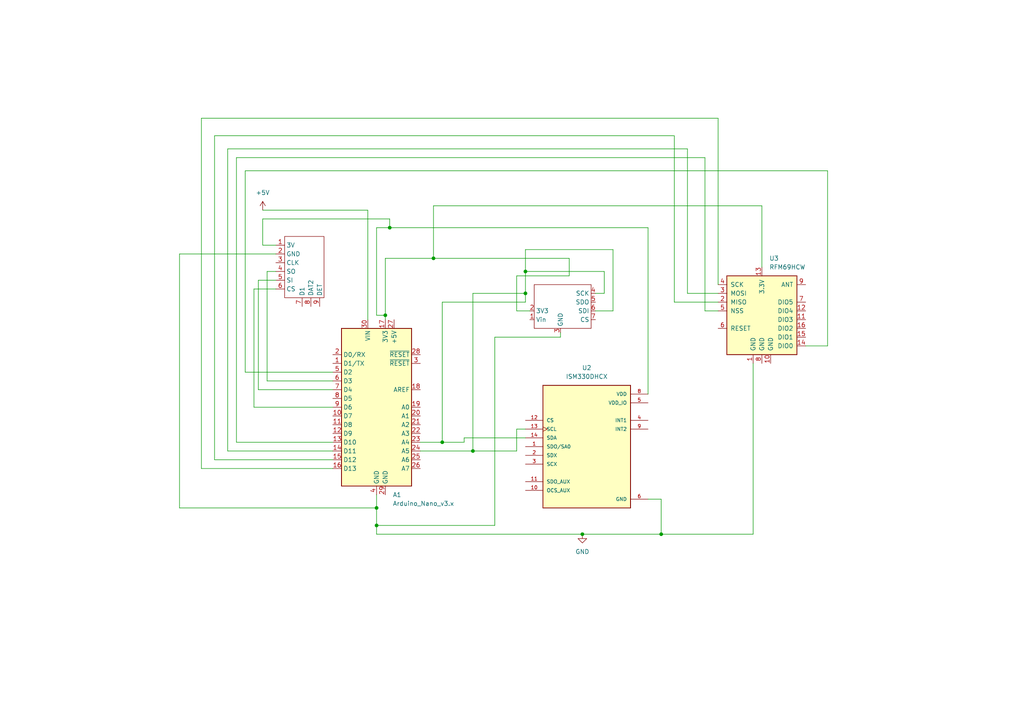
<source format=kicad_sch>
(kicad_sch
	(version 20250114)
	(generator "eeschema")
	(generator_version "9.0")
	(uuid "6e386f3a-e716-457a-9104-7285d3f08309")
	(paper "A4")
	(lib_symbols
		(symbol "Avionics:DPS310"
			(exclude_from_sim no)
			(in_bom yes)
			(on_board yes)
			(property "Reference" "U"
				(at -3.81 -3.81 0)
				(effects
					(font
						(size 1.27 1.27)
					)
					(hide yes)
				)
			)
			(property "Value" ""
				(at 0 0 0)
				(effects
					(font
						(size 1.27 1.27)
					)
				)
			)
			(property "Footprint" ""
				(at 0 0 0)
				(effects
					(font
						(size 1.27 1.27)
					)
					(hide yes)
				)
			)
			(property "Datasheet" ""
				(at 0 0 0)
				(effects
					(font
						(size 1.27 1.27)
					)
					(hide yes)
				)
			)
			(property "Description" ""
				(at 0 0 0)
				(effects
					(font
						(size 1.27 1.27)
					)
					(hide yes)
				)
			)
			(symbol "DPS310_0_1"
				(rectangle
					(start -7.62 6.35)
					(end 8.89 -6.35)
					(stroke
						(width 0)
						(type default)
					)
					(fill
						(type none)
					)
				)
			)
			(symbol "DPS310_1_1"
				(pin input line
					(at -8.89 -1.27 0)
					(length 1.27)
					(name "3V3"
						(effects
							(font
								(size 1.27 1.27)
							)
						)
					)
					(number "2"
						(effects
							(font
								(size 1.27 1.27)
							)
						)
					)
				)
				(pin input line
					(at -8.89 -3.81 0)
					(length 1.27)
					(name "Vin"
						(effects
							(font
								(size 1.27 1.27)
							)
						)
					)
					(number "1"
						(effects
							(font
								(size 1.27 1.27)
							)
						)
					)
				)
				(pin input line
					(at 0 -7.62 90)
					(length 1.27)
					(name "GND"
						(effects
							(font
								(size 1.27 1.27)
							)
						)
					)
					(number "3"
						(effects
							(font
								(size 1.27 1.27)
							)
						)
					)
				)
				(pin input line
					(at 10.16 3.81 180)
					(length 1.27)
					(name "SCK"
						(effects
							(font
								(size 1.27 1.27)
							)
						)
					)
					(number "4"
						(effects
							(font
								(size 1.27 1.27)
							)
						)
					)
				)
				(pin input line
					(at 10.16 1.27 180)
					(length 1.27)
					(name "SDO"
						(effects
							(font
								(size 1.27 1.27)
							)
						)
					)
					(number "5"
						(effects
							(font
								(size 1.27 1.27)
							)
						)
					)
				)
				(pin input line
					(at 10.16 -1.27 180)
					(length 1.27)
					(name "SDI"
						(effects
							(font
								(size 1.27 1.27)
							)
						)
					)
					(number "6"
						(effects
							(font
								(size 1.27 1.27)
							)
						)
					)
				)
				(pin input line
					(at 10.16 -3.81 180)
					(length 1.27)
					(name "CS"
						(effects
							(font
								(size 1.27 1.27)
							)
						)
					)
					(number "7"
						(effects
							(font
								(size 1.27 1.27)
							)
						)
					)
				)
			)
			(embedded_fonts no)
		)
		(symbol "Avionics:MicroSD"
			(exclude_from_sim no)
			(in_bom yes)
			(on_board yes)
			(property "Reference" "U"
				(at 0 1.27 0)
				(effects
					(font
						(size 1.27 1.27)
					)
					(hide yes)
				)
			)
			(property "Value" ""
				(at 0 0 0)
				(effects
					(font
						(size 1.27 1.27)
					)
				)
			)
			(property "Footprint" ""
				(at 0 0 0)
				(effects
					(font
						(size 1.27 1.27)
					)
					(hide yes)
				)
			)
			(property "Datasheet" ""
				(at 0 0 0)
				(effects
					(font
						(size 1.27 1.27)
					)
					(hide yes)
				)
			)
			(property "Description" ""
				(at 0 0 0)
				(effects
					(font
						(size 1.27 1.27)
					)
					(hide yes)
				)
			)
			(symbol "MicroSD_0_1"
				(rectangle
					(start -2.54 11.43)
					(end 8.89 -6.35)
					(stroke
						(width 0)
						(type default)
					)
					(fill
						(type none)
					)
				)
			)
			(symbol "MicroSD_1_1"
				(pin input line
					(at -5.08 8.89 0)
					(length 2.54)
					(name "3V"
						(effects
							(font
								(size 1.27 1.27)
							)
						)
					)
					(number "1"
						(effects
							(font
								(size 1.27 1.27)
							)
						)
					)
				)
				(pin input line
					(at -5.08 6.35 0)
					(length 2.54)
					(name "GND"
						(effects
							(font
								(size 1.27 1.27)
							)
						)
					)
					(number "2"
						(effects
							(font
								(size 1.27 1.27)
							)
						)
					)
				)
				(pin input line
					(at -5.08 3.81 0)
					(length 2.54)
					(name "CLK"
						(effects
							(font
								(size 1.27 1.27)
							)
						)
					)
					(number "3"
						(effects
							(font
								(size 1.27 1.27)
							)
						)
					)
				)
				(pin input line
					(at -5.08 1.27 0)
					(length 2.54)
					(name "SO"
						(effects
							(font
								(size 1.27 1.27)
							)
						)
					)
					(number "4"
						(effects
							(font
								(size 1.27 1.27)
							)
						)
					)
				)
				(pin input line
					(at -5.08 -1.27 0)
					(length 2.54)
					(name "SI"
						(effects
							(font
								(size 1.27 1.27)
							)
						)
					)
					(number "5"
						(effects
							(font
								(size 1.27 1.27)
							)
						)
					)
				)
				(pin input line
					(at -5.08 -3.81 0)
					(length 2.54)
					(name "CS"
						(effects
							(font
								(size 1.27 1.27)
							)
						)
					)
					(number "6"
						(effects
							(font
								(size 1.27 1.27)
							)
						)
					)
				)
				(pin unspecified line
					(at 2.54 -8.89 90)
					(length 2.54)
					(name "D1"
						(effects
							(font
								(size 1.27 1.27)
							)
						)
					)
					(number "7"
						(effects
							(font
								(size 1.27 1.27)
							)
						)
					)
				)
				(pin unspecified line
					(at 5.08 -8.89 90)
					(length 2.54)
					(name "DAT2"
						(effects
							(font
								(size 1.27 1.27)
							)
						)
					)
					(number "8"
						(effects
							(font
								(size 1.27 1.27)
							)
						)
					)
				)
				(pin unspecified line
					(at 7.62 -8.89 90)
					(length 2.54)
					(name "DET"
						(effects
							(font
								(size 1.27 1.27)
							)
						)
					)
					(number "9"
						(effects
							(font
								(size 1.27 1.27)
							)
						)
					)
				)
			)
			(embedded_fonts no)
		)
		(symbol "ISM330DHCX:ISM330DHCX"
			(pin_names
				(offset 1.016)
			)
			(exclude_from_sim no)
			(in_bom yes)
			(on_board yes)
			(property "Reference" "U"
				(at -12.7 17.78 0)
				(effects
					(font
						(size 1.27 1.27)
					)
					(justify left bottom)
				)
			)
			(property "Value" "ISM330DHCX"
				(at -12.7 -20.32 0)
				(effects
					(font
						(size 1.27 1.27)
					)
					(justify left bottom)
				)
			)
			(property "Footprint" "ISM330DHCX:PQFN50P250X300X86-14N"
				(at 0 0 0)
				(effects
					(font
						(size 1.27 1.27)
					)
					(justify bottom)
					(hide yes)
				)
			)
			(property "Datasheet" ""
				(at 0 0 0)
				(effects
					(font
						(size 1.27 1.27)
					)
					(hide yes)
				)
			)
			(property "Description" ""
				(at 0 0 0)
				(effects
					(font
						(size 1.27 1.27)
					)
					(hide yes)
				)
			)
			(property "MF" "STMicroelectronics"
				(at 0 0 0)
				(effects
					(font
						(size 1.27 1.27)
					)
					(justify bottom)
					(hide yes)
				)
			)
			(property "MAXIMUM_PACKAGE_HEIGHT" "0.86 mm"
				(at 0 0 0)
				(effects
					(font
						(size 1.27 1.27)
					)
					(justify bottom)
					(hide yes)
				)
			)
			(property "Package" "VFLGA-14 STMicroelectronics"
				(at 0 0 0)
				(effects
					(font
						(size 1.27 1.27)
					)
					(justify bottom)
					(hide yes)
				)
			)
			(property "Price" "None"
				(at 0 0 0)
				(effects
					(font
						(size 1.27 1.27)
					)
					(justify bottom)
					(hide yes)
				)
			)
			(property "Check_prices" "https://www.snapeda.com/parts/ISM330DHCX/STMicroelectronics/view-part/?ref=eda"
				(at 0 0 0)
				(effects
					(font
						(size 1.27 1.27)
					)
					(justify bottom)
					(hide yes)
				)
			)
			(property "STANDARD" "IPC 7351B"
				(at 0 0 0)
				(effects
					(font
						(size 1.27 1.27)
					)
					(justify bottom)
					(hide yes)
				)
			)
			(property "PARTREV" "7"
				(at 0 0 0)
				(effects
					(font
						(size 1.27 1.27)
					)
					(justify bottom)
					(hide yes)
				)
			)
			(property "SnapEDA_Link" "https://www.snapeda.com/parts/ISM330DHCX/STMicroelectronics/view-part/?ref=snap"
				(at 0 0 0)
				(effects
					(font
						(size 1.27 1.27)
					)
					(justify bottom)
					(hide yes)
				)
			)
			(property "MP" "ISM330DHCX"
				(at 0 0 0)
				(effects
					(font
						(size 1.27 1.27)
					)
					(justify bottom)
					(hide yes)
				)
			)
			(property "Description_1" "Accelerometer, Gyroscope, Temperature, 6 Axis Sensor I²C, SPI Output"
				(at 0 0 0)
				(effects
					(font
						(size 1.27 1.27)
					)
					(justify bottom)
					(hide yes)
				)
			)
			(property "Availability" "Not in stock"
				(at 0 0 0)
				(effects
					(font
						(size 1.27 1.27)
					)
					(justify bottom)
					(hide yes)
				)
			)
			(property "MANUFACTURER" "ST Microelectronics"
				(at 0 0 0)
				(effects
					(font
						(size 1.27 1.27)
					)
					(justify bottom)
					(hide yes)
				)
			)
			(symbol "ISM330DHCX_0_0"
				(rectangle
					(start -12.7 -17.78)
					(end 12.7 17.78)
					(stroke
						(width 0.254)
						(type default)
					)
					(fill
						(type background)
					)
				)
				(pin input line
					(at -17.78 7.62 0)
					(length 5.08)
					(name "CS"
						(effects
							(font
								(size 1.016 1.016)
							)
						)
					)
					(number "12"
						(effects
							(font
								(size 1.016 1.016)
							)
						)
					)
				)
				(pin input clock
					(at -17.78 5.08 0)
					(length 5.08)
					(name "SCL"
						(effects
							(font
								(size 1.016 1.016)
							)
						)
					)
					(number "13"
						(effects
							(font
								(size 1.016 1.016)
							)
						)
					)
				)
				(pin bidirectional line
					(at -17.78 2.54 0)
					(length 5.08)
					(name "SDA"
						(effects
							(font
								(size 1.016 1.016)
							)
						)
					)
					(number "14"
						(effects
							(font
								(size 1.016 1.016)
							)
						)
					)
				)
				(pin bidirectional line
					(at -17.78 0 0)
					(length 5.08)
					(name "SDO/SA0"
						(effects
							(font
								(size 1.016 1.016)
							)
						)
					)
					(number "1"
						(effects
							(font
								(size 1.016 1.016)
							)
						)
					)
				)
				(pin bidirectional line
					(at -17.78 -2.54 0)
					(length 5.08)
					(name "SDX"
						(effects
							(font
								(size 1.016 1.016)
							)
						)
					)
					(number "2"
						(effects
							(font
								(size 1.016 1.016)
							)
						)
					)
				)
				(pin bidirectional line
					(at -17.78 -5.08 0)
					(length 5.08)
					(name "SCX"
						(effects
							(font
								(size 1.016 1.016)
							)
						)
					)
					(number "3"
						(effects
							(font
								(size 1.016 1.016)
							)
						)
					)
				)
				(pin bidirectional line
					(at -17.78 -10.16 0)
					(length 5.08)
					(name "SDO_AUX"
						(effects
							(font
								(size 1.016 1.016)
							)
						)
					)
					(number "11"
						(effects
							(font
								(size 1.016 1.016)
							)
						)
					)
				)
				(pin bidirectional line
					(at -17.78 -12.7 0)
					(length 5.08)
					(name "OCS_AUX"
						(effects
							(font
								(size 1.016 1.016)
							)
						)
					)
					(number "10"
						(effects
							(font
								(size 1.016 1.016)
							)
						)
					)
				)
				(pin power_in line
					(at 17.78 15.24 180)
					(length 5.08)
					(name "VDD"
						(effects
							(font
								(size 1.016 1.016)
							)
						)
					)
					(number "8"
						(effects
							(font
								(size 1.016 1.016)
							)
						)
					)
				)
				(pin power_in line
					(at 17.78 12.7 180)
					(length 5.08)
					(name "VDD_IO"
						(effects
							(font
								(size 1.016 1.016)
							)
						)
					)
					(number "5"
						(effects
							(font
								(size 1.016 1.016)
							)
						)
					)
				)
				(pin output line
					(at 17.78 7.62 180)
					(length 5.08)
					(name "INT1"
						(effects
							(font
								(size 1.016 1.016)
							)
						)
					)
					(number "4"
						(effects
							(font
								(size 1.016 1.016)
							)
						)
					)
				)
				(pin output line
					(at 17.78 5.08 180)
					(length 5.08)
					(name "INT2"
						(effects
							(font
								(size 1.016 1.016)
							)
						)
					)
					(number "9"
						(effects
							(font
								(size 1.016 1.016)
							)
						)
					)
				)
				(pin power_in line
					(at 17.78 -15.24 180)
					(length 5.08)
					(name "GND"
						(effects
							(font
								(size 1.016 1.016)
							)
						)
					)
					(number "6"
						(effects
							(font
								(size 1.016 1.016)
							)
						)
					)
				)
				(pin power_in line
					(at 17.78 -15.24 180)
					(length 5.08)
					(hide yes)
					(name "GND"
						(effects
							(font
								(size 1.016 1.016)
							)
						)
					)
					(number "7"
						(effects
							(font
								(size 1.016 1.016)
							)
						)
					)
				)
			)
			(embedded_fonts no)
		)
		(symbol "MCU_Module:Arduino_Nano_v3.x"
			(exclude_from_sim no)
			(in_bom yes)
			(on_board yes)
			(property "Reference" "A"
				(at -10.16 23.495 0)
				(effects
					(font
						(size 1.27 1.27)
					)
					(justify left bottom)
				)
			)
			(property "Value" "Arduino_Nano_v3.x"
				(at 5.08 -24.13 0)
				(effects
					(font
						(size 1.27 1.27)
					)
					(justify left top)
				)
			)
			(property "Footprint" "Module:Arduino_Nano"
				(at 0 0 0)
				(effects
					(font
						(size 1.27 1.27)
						(italic yes)
					)
					(hide yes)
				)
			)
			(property "Datasheet" "http://www.mouser.com/pdfdocs/Gravitech_Arduino_Nano3_0.pdf"
				(at 0 0 0)
				(effects
					(font
						(size 1.27 1.27)
					)
					(hide yes)
				)
			)
			(property "Description" "Arduino Nano v3.x"
				(at 0 0 0)
				(effects
					(font
						(size 1.27 1.27)
					)
					(hide yes)
				)
			)
			(property "ki_keywords" "Arduino nano microcontroller module USB"
				(at 0 0 0)
				(effects
					(font
						(size 1.27 1.27)
					)
					(hide yes)
				)
			)
			(property "ki_fp_filters" "Arduino*Nano*"
				(at 0 0 0)
				(effects
					(font
						(size 1.27 1.27)
					)
					(hide yes)
				)
			)
			(symbol "Arduino_Nano_v3.x_0_1"
				(rectangle
					(start -10.16 22.86)
					(end 10.16 -22.86)
					(stroke
						(width 0.254)
						(type default)
					)
					(fill
						(type background)
					)
				)
			)
			(symbol "Arduino_Nano_v3.x_1_1"
				(pin bidirectional line
					(at -12.7 15.24 0)
					(length 2.54)
					(name "D0/RX"
						(effects
							(font
								(size 1.27 1.27)
							)
						)
					)
					(number "2"
						(effects
							(font
								(size 1.27 1.27)
							)
						)
					)
				)
				(pin bidirectional line
					(at -12.7 12.7 0)
					(length 2.54)
					(name "D1/TX"
						(effects
							(font
								(size 1.27 1.27)
							)
						)
					)
					(number "1"
						(effects
							(font
								(size 1.27 1.27)
							)
						)
					)
				)
				(pin bidirectional line
					(at -12.7 10.16 0)
					(length 2.54)
					(name "D2"
						(effects
							(font
								(size 1.27 1.27)
							)
						)
					)
					(number "5"
						(effects
							(font
								(size 1.27 1.27)
							)
						)
					)
				)
				(pin bidirectional line
					(at -12.7 7.62 0)
					(length 2.54)
					(name "D3"
						(effects
							(font
								(size 1.27 1.27)
							)
						)
					)
					(number "6"
						(effects
							(font
								(size 1.27 1.27)
							)
						)
					)
				)
				(pin bidirectional line
					(at -12.7 5.08 0)
					(length 2.54)
					(name "D4"
						(effects
							(font
								(size 1.27 1.27)
							)
						)
					)
					(number "7"
						(effects
							(font
								(size 1.27 1.27)
							)
						)
					)
				)
				(pin bidirectional line
					(at -12.7 2.54 0)
					(length 2.54)
					(name "D5"
						(effects
							(font
								(size 1.27 1.27)
							)
						)
					)
					(number "8"
						(effects
							(font
								(size 1.27 1.27)
							)
						)
					)
				)
				(pin bidirectional line
					(at -12.7 0 0)
					(length 2.54)
					(name "D6"
						(effects
							(font
								(size 1.27 1.27)
							)
						)
					)
					(number "9"
						(effects
							(font
								(size 1.27 1.27)
							)
						)
					)
				)
				(pin bidirectional line
					(at -12.7 -2.54 0)
					(length 2.54)
					(name "D7"
						(effects
							(font
								(size 1.27 1.27)
							)
						)
					)
					(number "10"
						(effects
							(font
								(size 1.27 1.27)
							)
						)
					)
				)
				(pin bidirectional line
					(at -12.7 -5.08 0)
					(length 2.54)
					(name "D8"
						(effects
							(font
								(size 1.27 1.27)
							)
						)
					)
					(number "11"
						(effects
							(font
								(size 1.27 1.27)
							)
						)
					)
				)
				(pin bidirectional line
					(at -12.7 -7.62 0)
					(length 2.54)
					(name "D9"
						(effects
							(font
								(size 1.27 1.27)
							)
						)
					)
					(number "12"
						(effects
							(font
								(size 1.27 1.27)
							)
						)
					)
				)
				(pin bidirectional line
					(at -12.7 -10.16 0)
					(length 2.54)
					(name "D10"
						(effects
							(font
								(size 1.27 1.27)
							)
						)
					)
					(number "13"
						(effects
							(font
								(size 1.27 1.27)
							)
						)
					)
				)
				(pin bidirectional line
					(at -12.7 -12.7 0)
					(length 2.54)
					(name "D11"
						(effects
							(font
								(size 1.27 1.27)
							)
						)
					)
					(number "14"
						(effects
							(font
								(size 1.27 1.27)
							)
						)
					)
				)
				(pin bidirectional line
					(at -12.7 -15.24 0)
					(length 2.54)
					(name "D12"
						(effects
							(font
								(size 1.27 1.27)
							)
						)
					)
					(number "15"
						(effects
							(font
								(size 1.27 1.27)
							)
						)
					)
				)
				(pin bidirectional line
					(at -12.7 -17.78 0)
					(length 2.54)
					(name "D13"
						(effects
							(font
								(size 1.27 1.27)
							)
						)
					)
					(number "16"
						(effects
							(font
								(size 1.27 1.27)
							)
						)
					)
				)
				(pin power_in line
					(at -2.54 25.4 270)
					(length 2.54)
					(name "VIN"
						(effects
							(font
								(size 1.27 1.27)
							)
						)
					)
					(number "30"
						(effects
							(font
								(size 1.27 1.27)
							)
						)
					)
				)
				(pin power_in line
					(at 0 -25.4 90)
					(length 2.54)
					(name "GND"
						(effects
							(font
								(size 1.27 1.27)
							)
						)
					)
					(number "4"
						(effects
							(font
								(size 1.27 1.27)
							)
						)
					)
				)
				(pin power_out line
					(at 2.54 25.4 270)
					(length 2.54)
					(name "3V3"
						(effects
							(font
								(size 1.27 1.27)
							)
						)
					)
					(number "17"
						(effects
							(font
								(size 1.27 1.27)
							)
						)
					)
				)
				(pin power_in line
					(at 2.54 -25.4 90)
					(length 2.54)
					(name "GND"
						(effects
							(font
								(size 1.27 1.27)
							)
						)
					)
					(number "29"
						(effects
							(font
								(size 1.27 1.27)
							)
						)
					)
				)
				(pin power_out line
					(at 5.08 25.4 270)
					(length 2.54)
					(name "+5V"
						(effects
							(font
								(size 1.27 1.27)
							)
						)
					)
					(number "27"
						(effects
							(font
								(size 1.27 1.27)
							)
						)
					)
				)
				(pin input line
					(at 12.7 15.24 180)
					(length 2.54)
					(name "~{RESET}"
						(effects
							(font
								(size 1.27 1.27)
							)
						)
					)
					(number "28"
						(effects
							(font
								(size 1.27 1.27)
							)
						)
					)
				)
				(pin input line
					(at 12.7 12.7 180)
					(length 2.54)
					(name "~{RESET}"
						(effects
							(font
								(size 1.27 1.27)
							)
						)
					)
					(number "3"
						(effects
							(font
								(size 1.27 1.27)
							)
						)
					)
				)
				(pin input line
					(at 12.7 5.08 180)
					(length 2.54)
					(name "AREF"
						(effects
							(font
								(size 1.27 1.27)
							)
						)
					)
					(number "18"
						(effects
							(font
								(size 1.27 1.27)
							)
						)
					)
				)
				(pin bidirectional line
					(at 12.7 0 180)
					(length 2.54)
					(name "A0"
						(effects
							(font
								(size 1.27 1.27)
							)
						)
					)
					(number "19"
						(effects
							(font
								(size 1.27 1.27)
							)
						)
					)
				)
				(pin bidirectional line
					(at 12.7 -2.54 180)
					(length 2.54)
					(name "A1"
						(effects
							(font
								(size 1.27 1.27)
							)
						)
					)
					(number "20"
						(effects
							(font
								(size 1.27 1.27)
							)
						)
					)
				)
				(pin bidirectional line
					(at 12.7 -5.08 180)
					(length 2.54)
					(name "A2"
						(effects
							(font
								(size 1.27 1.27)
							)
						)
					)
					(number "21"
						(effects
							(font
								(size 1.27 1.27)
							)
						)
					)
				)
				(pin bidirectional line
					(at 12.7 -7.62 180)
					(length 2.54)
					(name "A3"
						(effects
							(font
								(size 1.27 1.27)
							)
						)
					)
					(number "22"
						(effects
							(font
								(size 1.27 1.27)
							)
						)
					)
				)
				(pin bidirectional line
					(at 12.7 -10.16 180)
					(length 2.54)
					(name "A4"
						(effects
							(font
								(size 1.27 1.27)
							)
						)
					)
					(number "23"
						(effects
							(font
								(size 1.27 1.27)
							)
						)
					)
				)
				(pin bidirectional line
					(at 12.7 -12.7 180)
					(length 2.54)
					(name "A5"
						(effects
							(font
								(size 1.27 1.27)
							)
						)
					)
					(number "24"
						(effects
							(font
								(size 1.27 1.27)
							)
						)
					)
				)
				(pin bidirectional line
					(at 12.7 -15.24 180)
					(length 2.54)
					(name "A6"
						(effects
							(font
								(size 1.27 1.27)
							)
						)
					)
					(number "25"
						(effects
							(font
								(size 1.27 1.27)
							)
						)
					)
				)
				(pin bidirectional line
					(at 12.7 -17.78 180)
					(length 2.54)
					(name "A7"
						(effects
							(font
								(size 1.27 1.27)
							)
						)
					)
					(number "26"
						(effects
							(font
								(size 1.27 1.27)
							)
						)
					)
				)
			)
			(embedded_fonts no)
		)
		(symbol "RF_Module:RFM69HCW"
			(pin_names
				(offset 1.016)
			)
			(exclude_from_sim no)
			(in_bom yes)
			(on_board yes)
			(property "Reference" "U"
				(at -10.414 11.684 0)
				(effects
					(font
						(size 1.27 1.27)
					)
					(justify left)
				)
			)
			(property "Value" "RFM69HCW"
				(at 1.524 11.43 0)
				(effects
					(font
						(size 1.27 1.27)
					)
					(justify left)
				)
			)
			(property "Footprint" ""
				(at -83.82 41.91 0)
				(effects
					(font
						(size 1.27 1.27)
					)
					(hide yes)
				)
			)
			(property "Datasheet" "https://www.hoperf.com/data/upload/portal/20181127/5bfcb8284d838.pdf"
				(at -83.82 41.91 0)
				(effects
					(font
						(size 1.27 1.27)
					)
					(hide yes)
				)
			)
			(property "Description" "Low power ISM Radio Transceiver Module, SPI interface, AES encryption, 434 or 915 MHz, up to 100mW, up to 300 kb/s, SMD-16, DIP-16"
				(at 0 0 0)
				(effects
					(font
						(size 1.27 1.27)
					)
					(hide yes)
				)
			)
			(property "ki_keywords" "low power Radio ISM Transceiver Module AES encryption SPI HopeRF"
				(at 0 0 0)
				(effects
					(font
						(size 1.27 1.27)
					)
					(hide yes)
				)
			)
			(property "ki_fp_filters" "HOPERF*RFM9XW*"
				(at 0 0 0)
				(effects
					(font
						(size 1.27 1.27)
					)
					(hide yes)
				)
			)
			(symbol "RFM69HCW_0_1"
				(rectangle
					(start -10.16 10.16)
					(end 10.16 -12.7)
					(stroke
						(width 0.254)
						(type default)
					)
					(fill
						(type background)
					)
				)
			)
			(symbol "RFM69HCW_1_1"
				(pin input line
					(at -12.7 7.62 0)
					(length 2.54)
					(name "SCK"
						(effects
							(font
								(size 1.27 1.27)
							)
						)
					)
					(number "4"
						(effects
							(font
								(size 1.27 1.27)
							)
						)
					)
				)
				(pin input line
					(at -12.7 5.08 0)
					(length 2.54)
					(name "MOSI"
						(effects
							(font
								(size 1.27 1.27)
							)
						)
					)
					(number "3"
						(effects
							(font
								(size 1.27 1.27)
							)
						)
					)
				)
				(pin output line
					(at -12.7 2.54 0)
					(length 2.54)
					(name "MISO"
						(effects
							(font
								(size 1.27 1.27)
							)
						)
					)
					(number "2"
						(effects
							(font
								(size 1.27 1.27)
							)
						)
					)
				)
				(pin input line
					(at -12.7 0 0)
					(length 2.54)
					(name "NSS"
						(effects
							(font
								(size 1.27 1.27)
							)
						)
					)
					(number "5"
						(effects
							(font
								(size 1.27 1.27)
							)
						)
					)
				)
				(pin bidirectional line
					(at -12.7 -5.08 0)
					(length 2.54)
					(name "RESET"
						(effects
							(font
								(size 1.27 1.27)
							)
						)
					)
					(number "6"
						(effects
							(font
								(size 1.27 1.27)
							)
						)
					)
				)
				(pin power_in line
					(at -2.54 -15.24 90)
					(length 2.54)
					(name "GND"
						(effects
							(font
								(size 1.27 1.27)
							)
						)
					)
					(number "1"
						(effects
							(font
								(size 1.27 1.27)
							)
						)
					)
				)
				(pin power_in line
					(at 0 12.7 270)
					(length 2.54)
					(name "3.3V"
						(effects
							(font
								(size 1.27 1.27)
							)
						)
					)
					(number "13"
						(effects
							(font
								(size 1.27 1.27)
							)
						)
					)
				)
				(pin power_in line
					(at 0 -15.24 90)
					(length 2.54)
					(name "GND"
						(effects
							(font
								(size 1.27 1.27)
							)
						)
					)
					(number "8"
						(effects
							(font
								(size 1.27 1.27)
							)
						)
					)
				)
				(pin power_in line
					(at 2.54 -15.24 90)
					(length 2.54)
					(name "GND"
						(effects
							(font
								(size 1.27 1.27)
							)
						)
					)
					(number "10"
						(effects
							(font
								(size 1.27 1.27)
							)
						)
					)
				)
				(pin bidirectional line
					(at 12.7 7.62 180)
					(length 2.54)
					(name "ANT"
						(effects
							(font
								(size 1.27 1.27)
							)
						)
					)
					(number "9"
						(effects
							(font
								(size 1.27 1.27)
							)
						)
					)
				)
				(pin bidirectional line
					(at 12.7 2.54 180)
					(length 2.54)
					(name "DIO5"
						(effects
							(font
								(size 1.27 1.27)
							)
						)
					)
					(number "7"
						(effects
							(font
								(size 1.27 1.27)
							)
						)
					)
				)
				(pin bidirectional line
					(at 12.7 0 180)
					(length 2.54)
					(name "DIO4"
						(effects
							(font
								(size 1.27 1.27)
							)
						)
					)
					(number "12"
						(effects
							(font
								(size 1.27 1.27)
							)
						)
					)
				)
				(pin bidirectional line
					(at 12.7 -2.54 180)
					(length 2.54)
					(name "DIO3"
						(effects
							(font
								(size 1.27 1.27)
							)
						)
					)
					(number "11"
						(effects
							(font
								(size 1.27 1.27)
							)
						)
					)
				)
				(pin bidirectional line
					(at 12.7 -5.08 180)
					(length 2.54)
					(name "DIO2"
						(effects
							(font
								(size 1.27 1.27)
							)
						)
					)
					(number "16"
						(effects
							(font
								(size 1.27 1.27)
							)
						)
					)
				)
				(pin bidirectional line
					(at 12.7 -7.62 180)
					(length 2.54)
					(name "DIO1"
						(effects
							(font
								(size 1.27 1.27)
							)
						)
					)
					(number "15"
						(effects
							(font
								(size 1.27 1.27)
							)
						)
					)
				)
				(pin bidirectional line
					(at 12.7 -10.16 180)
					(length 2.54)
					(name "DIO0"
						(effects
							(font
								(size 1.27 1.27)
							)
						)
					)
					(number "14"
						(effects
							(font
								(size 1.27 1.27)
							)
						)
					)
				)
			)
			(embedded_fonts no)
		)
		(symbol "power:+5V"
			(power)
			(pin_numbers
				(hide yes)
			)
			(pin_names
				(offset 0)
				(hide yes)
			)
			(exclude_from_sim no)
			(in_bom yes)
			(on_board yes)
			(property "Reference" "#PWR"
				(at 0 -3.81 0)
				(effects
					(font
						(size 1.27 1.27)
					)
					(hide yes)
				)
			)
			(property "Value" "+5V"
				(at 0 3.556 0)
				(effects
					(font
						(size 1.27 1.27)
					)
				)
			)
			(property "Footprint" ""
				(at 0 0 0)
				(effects
					(font
						(size 1.27 1.27)
					)
					(hide yes)
				)
			)
			(property "Datasheet" ""
				(at 0 0 0)
				(effects
					(font
						(size 1.27 1.27)
					)
					(hide yes)
				)
			)
			(property "Description" "Power symbol creates a global label with name \"+5V\""
				(at 0 0 0)
				(effects
					(font
						(size 1.27 1.27)
					)
					(hide yes)
				)
			)
			(property "ki_keywords" "global power"
				(at 0 0 0)
				(effects
					(font
						(size 1.27 1.27)
					)
					(hide yes)
				)
			)
			(symbol "+5V_0_1"
				(polyline
					(pts
						(xy -0.762 1.27) (xy 0 2.54)
					)
					(stroke
						(width 0)
						(type default)
					)
					(fill
						(type none)
					)
				)
				(polyline
					(pts
						(xy 0 2.54) (xy 0.762 1.27)
					)
					(stroke
						(width 0)
						(type default)
					)
					(fill
						(type none)
					)
				)
				(polyline
					(pts
						(xy 0 0) (xy 0 2.54)
					)
					(stroke
						(width 0)
						(type default)
					)
					(fill
						(type none)
					)
				)
			)
			(symbol "+5V_1_1"
				(pin power_in line
					(at 0 0 90)
					(length 0)
					(name "~"
						(effects
							(font
								(size 1.27 1.27)
							)
						)
					)
					(number "1"
						(effects
							(font
								(size 1.27 1.27)
							)
						)
					)
				)
			)
			(embedded_fonts no)
		)
		(symbol "power:GND"
			(power)
			(pin_numbers
				(hide yes)
			)
			(pin_names
				(offset 0)
				(hide yes)
			)
			(exclude_from_sim no)
			(in_bom yes)
			(on_board yes)
			(property "Reference" "#PWR"
				(at 0 -6.35 0)
				(effects
					(font
						(size 1.27 1.27)
					)
					(hide yes)
				)
			)
			(property "Value" "GND"
				(at 0 -3.81 0)
				(effects
					(font
						(size 1.27 1.27)
					)
				)
			)
			(property "Footprint" ""
				(at 0 0 0)
				(effects
					(font
						(size 1.27 1.27)
					)
					(hide yes)
				)
			)
			(property "Datasheet" ""
				(at 0 0 0)
				(effects
					(font
						(size 1.27 1.27)
					)
					(hide yes)
				)
			)
			(property "Description" "Power symbol creates a global label with name \"GND\" , ground"
				(at 0 0 0)
				(effects
					(font
						(size 1.27 1.27)
					)
					(hide yes)
				)
			)
			(property "ki_keywords" "global power"
				(at 0 0 0)
				(effects
					(font
						(size 1.27 1.27)
					)
					(hide yes)
				)
			)
			(symbol "GND_0_1"
				(polyline
					(pts
						(xy 0 0) (xy 0 -1.27) (xy 1.27 -1.27) (xy 0 -2.54) (xy -1.27 -1.27) (xy 0 -1.27)
					)
					(stroke
						(width 0)
						(type default)
					)
					(fill
						(type none)
					)
				)
			)
			(symbol "GND_1_1"
				(pin power_in line
					(at 0 0 270)
					(length 0)
					(name "~"
						(effects
							(font
								(size 1.27 1.27)
							)
						)
					)
					(number "1"
						(effects
							(font
								(size 1.27 1.27)
							)
						)
					)
				)
			)
			(embedded_fonts no)
		)
	)
	(junction
		(at 111.76 91.44)
		(diameter 0)
		(color 0 0 0 0)
		(uuid "09f146ad-121e-44c1-9cc4-5bbe85e2cbba")
	)
	(junction
		(at 113.03 66.04)
		(diameter 0)
		(color 0 0 0 0)
		(uuid "1ef3e974-266c-4b19-acbc-d21658b9ec03")
	)
	(junction
		(at 109.22 147.32)
		(diameter 0)
		(color 0 0 0 0)
		(uuid "2f169722-1e94-4860-a933-2a554ca58df6")
	)
	(junction
		(at 128.27 128.27)
		(diameter 0)
		(color 0 0 0 0)
		(uuid "3a8b63d3-b202-42a3-9647-bb8f75362ebe")
	)
	(junction
		(at 109.22 152.4)
		(diameter 0)
		(color 0 0 0 0)
		(uuid "4508ace0-ab8e-4a67-b09d-a62a09e7139a")
	)
	(junction
		(at 191.77 154.94)
		(diameter 0)
		(color 0 0 0 0)
		(uuid "6397d960-bfc2-4c07-bf2b-00e2c8564d9d")
	)
	(junction
		(at 152.4 85.09)
		(diameter 0)
		(color 0 0 0 0)
		(uuid "a0781ced-cedc-4a3c-8b19-50f30222e1a5")
	)
	(junction
		(at 125.73 74.93)
		(diameter 0)
		(color 0 0 0 0)
		(uuid "e9c65ad7-5abc-482f-ae80-111a892d954a")
	)
	(junction
		(at 168.91 154.94)
		(diameter 0)
		(color 0 0 0 0)
		(uuid "f8b36574-5efa-4607-8872-123a8a8a9a57")
	)
	(junction
		(at 152.4 78.74)
		(diameter 0)
		(color 0 0 0 0)
		(uuid "fcb481f6-8a47-4d76-a691-c2aab270edb8")
	)
	(junction
		(at 137.16 130.81)
		(diameter 0)
		(color 0 0 0 0)
		(uuid "fcd49216-ef68-4360-ad21-17be857861ed")
	)
	(wire
		(pts
			(xy 113.03 66.04) (xy 109.22 66.04)
		)
		(stroke
			(width 0)
			(type default)
		)
		(uuid "013bf745-4128-4373-ad0a-b65195abd93f")
	)
	(wire
		(pts
			(xy 71.12 49.53) (xy 71.12 107.95)
		)
		(stroke
			(width 0)
			(type default)
		)
		(uuid "021b1bb5-4342-4551-9dcb-58924be7a832")
	)
	(wire
		(pts
			(xy 80.01 71.12) (xy 76.2 71.12)
		)
		(stroke
			(width 0)
			(type default)
		)
		(uuid "023523d4-56ee-4e30-a3b9-cf0c16533c44")
	)
	(wire
		(pts
			(xy 143.51 97.79) (xy 143.51 152.4)
		)
		(stroke
			(width 0)
			(type default)
		)
		(uuid "04a11143-125e-4d49-a32f-271964539eec")
	)
	(wire
		(pts
			(xy 128.27 87.63) (xy 128.27 128.27)
		)
		(stroke
			(width 0)
			(type default)
		)
		(uuid "0aca88fb-d9d9-489a-a578-a1ee158fcdd7")
	)
	(wire
		(pts
			(xy 208.28 34.29) (xy 58.42 34.29)
		)
		(stroke
			(width 0)
			(type default)
		)
		(uuid "0af32b94-ee23-4344-869e-b6408a183f61")
	)
	(wire
		(pts
			(xy 187.96 66.04) (xy 113.03 66.04)
		)
		(stroke
			(width 0)
			(type default)
		)
		(uuid "0f8ebbcf-71b3-4e57-a303-6f190c25d096")
	)
	(wire
		(pts
			(xy 208.28 82.55) (xy 208.28 34.29)
		)
		(stroke
			(width 0)
			(type default)
		)
		(uuid "12295921-c4c9-4619-a1a7-5a2909b0bd44")
	)
	(wire
		(pts
			(xy 220.98 77.47) (xy 220.98 59.69)
		)
		(stroke
			(width 0)
			(type default)
		)
		(uuid "13bec8ec-ea04-4299-8525-5a08bbe85ecb")
	)
	(wire
		(pts
			(xy 66.04 130.81) (xy 96.52 130.81)
		)
		(stroke
			(width 0)
			(type default)
		)
		(uuid "1e9cf77b-cb49-4c92-a60c-b37ced89feac")
	)
	(wire
		(pts
			(xy 71.12 107.95) (xy 96.52 107.95)
		)
		(stroke
			(width 0)
			(type default)
		)
		(uuid "20070a2c-22d8-4cfd-86fd-62e9433841ca")
	)
	(wire
		(pts
			(xy 111.76 74.93) (xy 111.76 91.44)
		)
		(stroke
			(width 0)
			(type default)
		)
		(uuid "2574b48c-6693-42cc-a4a1-c06747673629")
	)
	(wire
		(pts
			(xy 68.58 128.27) (xy 96.52 128.27)
		)
		(stroke
			(width 0)
			(type default)
		)
		(uuid "29a0a814-7eca-4df2-ae6a-422e8e3b811a")
	)
	(wire
		(pts
			(xy 152.4 72.39) (xy 152.4 78.74)
		)
		(stroke
			(width 0)
			(type default)
		)
		(uuid "2a2275dd-8549-4d8d-8226-70cb698ceef9")
	)
	(wire
		(pts
			(xy 73.66 118.11) (xy 96.52 118.11)
		)
		(stroke
			(width 0)
			(type default)
		)
		(uuid "2af489d5-bcf8-45c4-8372-87d34395986f")
	)
	(wire
		(pts
			(xy 152.4 72.39) (xy 177.8 72.39)
		)
		(stroke
			(width 0)
			(type default)
		)
		(uuid "2dd7b2b0-910e-48b1-8c13-6fcf5499a6ba")
	)
	(wire
		(pts
			(xy 134.62 128.27) (xy 128.27 128.27)
		)
		(stroke
			(width 0)
			(type default)
		)
		(uuid "369f9d8b-586b-4fcb-8537-356297bd8731")
	)
	(wire
		(pts
			(xy 74.93 113.03) (xy 96.52 113.03)
		)
		(stroke
			(width 0)
			(type default)
		)
		(uuid "3acdcfd8-64ba-4d7c-b9e4-f8b0f52b8ddc")
	)
	(wire
		(pts
			(xy 137.16 130.81) (xy 149.86 130.81)
		)
		(stroke
			(width 0)
			(type default)
		)
		(uuid "3b8bed65-e651-4e0c-b4e1-f900b0591bd8")
	)
	(wire
		(pts
			(xy 113.03 63.5) (xy 113.03 66.04)
		)
		(stroke
			(width 0)
			(type default)
		)
		(uuid "3dce0254-14a7-438d-82e5-36b7fc817d9e")
	)
	(wire
		(pts
			(xy 152.4 127) (xy 134.62 127)
		)
		(stroke
			(width 0)
			(type default)
		)
		(uuid "400af710-3206-4ccc-a4fa-01e6010fed24")
	)
	(wire
		(pts
			(xy 58.42 34.29) (xy 58.42 135.89)
		)
		(stroke
			(width 0)
			(type default)
		)
		(uuid "44d7fcc8-7e0d-4ebf-b217-6813fb421732")
	)
	(wire
		(pts
			(xy 80.01 83.82) (xy 73.66 83.82)
		)
		(stroke
			(width 0)
			(type default)
		)
		(uuid "44db7840-12a1-4a9f-a499-c99718135cd8")
	)
	(wire
		(pts
			(xy 80.01 73.66) (xy 52.07 73.66)
		)
		(stroke
			(width 0)
			(type default)
		)
		(uuid "4596abdd-f0a5-4707-8de7-2722f7bb105f")
	)
	(wire
		(pts
			(xy 191.77 154.94) (xy 218.44 154.94)
		)
		(stroke
			(width 0)
			(type default)
		)
		(uuid "4c3667c1-ba28-48db-92e7-daa92fbf52b5")
	)
	(wire
		(pts
			(xy 109.22 143.51) (xy 109.22 147.32)
		)
		(stroke
			(width 0)
			(type default)
		)
		(uuid "4c54e215-2a31-4f2c-a212-7968e3e1a99e")
	)
	(wire
		(pts
			(xy 152.4 78.74) (xy 152.4 85.09)
		)
		(stroke
			(width 0)
			(type default)
		)
		(uuid "4f666cfb-4531-4af0-9e1a-2af4ceede558")
	)
	(wire
		(pts
			(xy 68.58 45.72) (xy 68.58 128.27)
		)
		(stroke
			(width 0)
			(type default)
		)
		(uuid "512daa68-0f37-4485-a8dd-fd782784cd8a")
	)
	(wire
		(pts
			(xy 195.58 87.63) (xy 195.58 39.37)
		)
		(stroke
			(width 0)
			(type default)
		)
		(uuid "5643498b-aa6a-43a2-8409-67dd292fde8a")
	)
	(wire
		(pts
			(xy 208.28 90.17) (xy 204.47 90.17)
		)
		(stroke
			(width 0)
			(type default)
		)
		(uuid "56a15429-56fa-4a78-830c-51d2cd7e6ad5")
	)
	(wire
		(pts
			(xy 137.16 85.09) (xy 137.16 130.81)
		)
		(stroke
			(width 0)
			(type default)
		)
		(uuid "58a75311-e298-471d-bba8-aa5474edf9ec")
	)
	(wire
		(pts
			(xy 165.1 74.93) (xy 125.73 74.93)
		)
		(stroke
			(width 0)
			(type default)
		)
		(uuid "5a48560f-e6ce-425e-b4f7-e1261ba53d06")
	)
	(wire
		(pts
			(xy 109.22 154.94) (xy 168.91 154.94)
		)
		(stroke
			(width 0)
			(type default)
		)
		(uuid "5eb3bb19-5637-414e-9af8-053554d962c0")
	)
	(wire
		(pts
			(xy 233.68 100.33) (xy 240.03 100.33)
		)
		(stroke
			(width 0)
			(type default)
		)
		(uuid "64a0392a-421c-4fc5-9dd6-7747cabb9a53")
	)
	(wire
		(pts
			(xy 80.01 78.74) (xy 77.47 78.74)
		)
		(stroke
			(width 0)
			(type default)
		)
		(uuid "64ad3e92-5f38-46bc-8abd-1dcebfd69844")
	)
	(wire
		(pts
			(xy 165.1 80.01) (xy 149.86 80.01)
		)
		(stroke
			(width 0)
			(type default)
		)
		(uuid "6688135c-bade-4b72-8ffe-b4551fea86f0")
	)
	(wire
		(pts
			(xy 220.98 59.69) (xy 125.73 59.69)
		)
		(stroke
			(width 0)
			(type default)
		)
		(uuid "68a86843-b210-41b1-b563-2ab30425811f")
	)
	(wire
		(pts
			(xy 111.76 91.44) (xy 111.76 92.71)
		)
		(stroke
			(width 0)
			(type default)
		)
		(uuid "69ed4e8d-0932-4117-940f-a9ff0610cfe7")
	)
	(wire
		(pts
			(xy 77.47 110.49) (xy 96.52 110.49)
		)
		(stroke
			(width 0)
			(type default)
		)
		(uuid "6a1d06ff-368f-47ef-bb5c-c6b2ed1200fe")
	)
	(wire
		(pts
			(xy 199.39 43.18) (xy 66.04 43.18)
		)
		(stroke
			(width 0)
			(type default)
		)
		(uuid "714532b4-fd56-4454-9181-b2bcec55f06f")
	)
	(wire
		(pts
			(xy 76.2 63.5) (xy 113.03 63.5)
		)
		(stroke
			(width 0)
			(type default)
		)
		(uuid "715af653-f60a-476c-b0b2-f9e7efcdfa2f")
	)
	(wire
		(pts
			(xy 218.44 105.41) (xy 218.44 154.94)
		)
		(stroke
			(width 0)
			(type default)
		)
		(uuid "73fecc64-1ec7-43be-a6d1-d80187755caa")
	)
	(wire
		(pts
			(xy 152.4 78.74) (xy 175.26 78.74)
		)
		(stroke
			(width 0)
			(type default)
		)
		(uuid "749e259a-a71a-4f3a-82da-caccff97bc70")
	)
	(wire
		(pts
			(xy 187.96 114.3) (xy 187.96 66.04)
		)
		(stroke
			(width 0)
			(type default)
		)
		(uuid "7b7f49df-1f23-4345-a73c-bcd0e9166622")
	)
	(wire
		(pts
			(xy 52.07 73.66) (xy 52.07 147.32)
		)
		(stroke
			(width 0)
			(type default)
		)
		(uuid "7e2cbe15-59b6-4320-b55b-e133fdf15eb1")
	)
	(wire
		(pts
			(xy 109.22 91.44) (xy 111.76 91.44)
		)
		(stroke
			(width 0)
			(type default)
		)
		(uuid "832b70bf-c87e-439e-9758-015c35e4953f")
	)
	(wire
		(pts
			(xy 66.04 43.18) (xy 66.04 130.81)
		)
		(stroke
			(width 0)
			(type default)
		)
		(uuid "859224ab-66be-481b-b1d4-90c53a5cc0cb")
	)
	(wire
		(pts
			(xy 168.91 154.94) (xy 191.77 154.94)
		)
		(stroke
			(width 0)
			(type default)
		)
		(uuid "8936f13f-c9b5-4fa8-ae94-26bf5a61a5f6")
	)
	(wire
		(pts
			(xy 175.26 85.09) (xy 172.72 85.09)
		)
		(stroke
			(width 0)
			(type default)
		)
		(uuid "895b6d09-a5ca-43dc-b414-5b0e314e3f16")
	)
	(wire
		(pts
			(xy 76.2 71.12) (xy 76.2 63.5)
		)
		(stroke
			(width 0)
			(type default)
		)
		(uuid "8bcd31c6-1146-476f-93c1-380e960ea8c5")
	)
	(wire
		(pts
			(xy 165.1 74.93) (xy 165.1 80.01)
		)
		(stroke
			(width 0)
			(type default)
		)
		(uuid "8cdbb96b-bf56-4368-9b34-e17c794e7e10")
	)
	(wire
		(pts
			(xy 125.73 74.93) (xy 111.76 74.93)
		)
		(stroke
			(width 0)
			(type default)
		)
		(uuid "8fd82011-f935-40bb-8010-d84d88074088")
	)
	(wire
		(pts
			(xy 109.22 66.04) (xy 109.22 91.44)
		)
		(stroke
			(width 0)
			(type default)
		)
		(uuid "91ecd560-a34a-4d83-8859-b2f97b90d6b1")
	)
	(wire
		(pts
			(xy 152.4 87.63) (xy 128.27 87.63)
		)
		(stroke
			(width 0)
			(type default)
		)
		(uuid "97a69528-4740-4f19-8d53-7fa767a60cc7")
	)
	(wire
		(pts
			(xy 162.56 97.79) (xy 143.51 97.79)
		)
		(stroke
			(width 0)
			(type default)
		)
		(uuid "a5f92210-69eb-4999-9523-8f66eb9bbdc5")
	)
	(wire
		(pts
			(xy 125.73 59.69) (xy 125.73 74.93)
		)
		(stroke
			(width 0)
			(type default)
		)
		(uuid "a776eda8-e81a-45c0-bfb5-1d84e8832afa")
	)
	(wire
		(pts
			(xy 109.22 147.32) (xy 109.22 152.4)
		)
		(stroke
			(width 0)
			(type default)
		)
		(uuid "a9c52f70-c422-4c29-b3af-aad8a3038b99")
	)
	(wire
		(pts
			(xy 80.01 81.28) (xy 74.93 81.28)
		)
		(stroke
			(width 0)
			(type default)
		)
		(uuid "abbf65ed-3a06-4eaa-98e4-0bd351f6c8c2")
	)
	(wire
		(pts
			(xy 240.03 49.53) (xy 71.12 49.53)
		)
		(stroke
			(width 0)
			(type default)
		)
		(uuid "b72c6f45-68da-44be-8eef-6d828bb4ee98")
	)
	(wire
		(pts
			(xy 175.26 78.74) (xy 175.26 85.09)
		)
		(stroke
			(width 0)
			(type default)
		)
		(uuid "bcd29108-dd3a-4584-82fc-7aeb07cbb846")
	)
	(wire
		(pts
			(xy 149.86 90.17) (xy 153.67 90.17)
		)
		(stroke
			(width 0)
			(type default)
		)
		(uuid "bcea5f52-c9b2-476e-a874-1475389d69a8")
	)
	(wire
		(pts
			(xy 62.23 39.37) (xy 62.23 133.35)
		)
		(stroke
			(width 0)
			(type default)
		)
		(uuid "c0ab2c0e-ac05-45e0-aca5-4544681a2891")
	)
	(wire
		(pts
			(xy 191.77 144.78) (xy 191.77 154.94)
		)
		(stroke
			(width 0)
			(type default)
		)
		(uuid "c33f863f-be32-4e76-945a-9ccb8f7c9c89")
	)
	(wire
		(pts
			(xy 204.47 90.17) (xy 204.47 45.72)
		)
		(stroke
			(width 0)
			(type default)
		)
		(uuid "c9e47f37-868f-434a-a92b-64b5d4bc143e")
	)
	(wire
		(pts
			(xy 195.58 39.37) (xy 62.23 39.37)
		)
		(stroke
			(width 0)
			(type default)
		)
		(uuid "ccad51c1-98cd-4d7a-8d89-43f442a019ea")
	)
	(wire
		(pts
			(xy 187.96 144.78) (xy 191.77 144.78)
		)
		(stroke
			(width 0)
			(type default)
		)
		(uuid "ce514b7d-4555-416d-8cdd-b9e47f03e0d8")
	)
	(wire
		(pts
			(xy 128.27 128.27) (xy 121.92 128.27)
		)
		(stroke
			(width 0)
			(type default)
		)
		(uuid "cf90a850-7bf3-4f03-bbd0-51a6fa7244dd")
	)
	(wire
		(pts
			(xy 134.62 127) (xy 134.62 128.27)
		)
		(stroke
			(width 0)
			(type default)
		)
		(uuid "cfce4574-e1ff-4bdf-8176-9d143447e647")
	)
	(wire
		(pts
			(xy 208.28 85.09) (xy 199.39 85.09)
		)
		(stroke
			(width 0)
			(type default)
		)
		(uuid "d2359718-39fc-4353-859a-ddfcf287abc2")
	)
	(wire
		(pts
			(xy 76.2 60.96) (xy 106.68 60.96)
		)
		(stroke
			(width 0)
			(type default)
		)
		(uuid "d4798652-d7de-4467-b69a-8abf749af8fe")
	)
	(wire
		(pts
			(xy 177.8 90.17) (xy 172.72 90.17)
		)
		(stroke
			(width 0)
			(type default)
		)
		(uuid "d8524568-5168-44fe-b8f5-559fac6ef284")
	)
	(wire
		(pts
			(xy 177.8 72.39) (xy 177.8 90.17)
		)
		(stroke
			(width 0)
			(type default)
		)
		(uuid "da51dcdd-6f80-403f-98c8-d5b19d7c8225")
	)
	(wire
		(pts
			(xy 143.51 152.4) (xy 109.22 152.4)
		)
		(stroke
			(width 0)
			(type default)
		)
		(uuid "dadfd8a1-7a6f-429d-b35f-8b6fce108cb6")
	)
	(wire
		(pts
			(xy 152.4 124.46) (xy 149.86 124.46)
		)
		(stroke
			(width 0)
			(type default)
		)
		(uuid "db3d18ec-ccb8-40d2-8878-72491927e278")
	)
	(wire
		(pts
			(xy 152.4 85.09) (xy 137.16 85.09)
		)
		(stroke
			(width 0)
			(type default)
		)
		(uuid "dc8dc226-29e9-4c6a-822c-ad74ff05339a")
	)
	(wire
		(pts
			(xy 109.22 154.94) (xy 109.22 152.4)
		)
		(stroke
			(width 0)
			(type default)
		)
		(uuid "e0376037-b67d-45d9-9a4a-c2b8c3580065")
	)
	(wire
		(pts
			(xy 74.93 81.28) (xy 74.93 113.03)
		)
		(stroke
			(width 0)
			(type default)
		)
		(uuid "e38ce31f-b43f-4e34-8389-82a222c647ae")
	)
	(wire
		(pts
			(xy 208.28 87.63) (xy 195.58 87.63)
		)
		(stroke
			(width 0)
			(type default)
		)
		(uuid "e6f48e90-9b6c-43ea-a3c9-c0b7e1938ae6")
	)
	(wire
		(pts
			(xy 152.4 85.09) (xy 152.4 87.63)
		)
		(stroke
			(width 0)
			(type default)
		)
		(uuid "e769c147-9f76-4ac3-a9fe-cefd03e9bded")
	)
	(wire
		(pts
			(xy 121.92 130.81) (xy 137.16 130.81)
		)
		(stroke
			(width 0)
			(type default)
		)
		(uuid "e8c83e41-7de5-4cee-a604-504805643645")
	)
	(wire
		(pts
			(xy 58.42 135.89) (xy 96.52 135.89)
		)
		(stroke
			(width 0)
			(type default)
		)
		(uuid "e8e3da71-ffe6-4a2c-ab9b-5bad379067dd")
	)
	(wire
		(pts
			(xy 149.86 80.01) (xy 149.86 90.17)
		)
		(stroke
			(width 0)
			(type default)
		)
		(uuid "e983b2e3-9dae-4cd8-ae9a-df50eace7bcc")
	)
	(wire
		(pts
			(xy 73.66 83.82) (xy 73.66 118.11)
		)
		(stroke
			(width 0)
			(type default)
		)
		(uuid "ed5f9329-a463-4471-b56c-efb5aa9bec98")
	)
	(wire
		(pts
			(xy 77.47 78.74) (xy 77.47 110.49)
		)
		(stroke
			(width 0)
			(type default)
		)
		(uuid "eef9896c-02f2-44d1-8551-250840c1886b")
	)
	(wire
		(pts
			(xy 106.68 60.96) (xy 106.68 92.71)
		)
		(stroke
			(width 0)
			(type default)
		)
		(uuid "ef3a4c12-4cdb-447b-b13b-dc796418b156")
	)
	(wire
		(pts
			(xy 162.56 96.52) (xy 162.56 97.79)
		)
		(stroke
			(width 0)
			(type default)
		)
		(uuid "f6684c33-9089-4c6c-8564-3aad237a2b2b")
	)
	(wire
		(pts
			(xy 149.86 124.46) (xy 149.86 130.81)
		)
		(stroke
			(width 0)
			(type default)
		)
		(uuid "f6904ea2-06bb-4897-ac79-85435ac16d5a")
	)
	(wire
		(pts
			(xy 199.39 85.09) (xy 199.39 43.18)
		)
		(stroke
			(width 0)
			(type default)
		)
		(uuid "f9bcc641-00ed-4342-a2b6-e29e279ce4e1")
	)
	(wire
		(pts
			(xy 204.47 45.72) (xy 68.58 45.72)
		)
		(stroke
			(width 0)
			(type default)
		)
		(uuid "fa6cbdd4-67d4-4a0b-89c9-3b52bc2cba0a")
	)
	(wire
		(pts
			(xy 62.23 133.35) (xy 96.52 133.35)
		)
		(stroke
			(width 0)
			(type default)
		)
		(uuid "fc294095-5d8e-494e-9755-ca05776292b3")
	)
	(wire
		(pts
			(xy 52.07 147.32) (xy 109.22 147.32)
		)
		(stroke
			(width 0)
			(type default)
		)
		(uuid "fe0bcc3d-4965-417c-a609-760d51f74012")
	)
	(wire
		(pts
			(xy 240.03 100.33) (xy 240.03 49.53)
		)
		(stroke
			(width 0)
			(type default)
		)
		(uuid "ffc1951e-abdd-42c0-b768-7debf266f161")
	)
	(symbol
		(lib_id "power:GND")
		(at 168.91 154.94 0)
		(unit 1)
		(exclude_from_sim no)
		(in_bom yes)
		(on_board yes)
		(dnp no)
		(fields_autoplaced yes)
		(uuid "15dee3ff-7b0c-4283-b76a-f68635081a2b")
		(property "Reference" "#PWR02"
			(at 168.91 161.29 0)
			(effects
				(font
					(size 1.27 1.27)
				)
				(hide yes)
			)
		)
		(property "Value" "GND"
			(at 168.91 160.02 0)
			(effects
				(font
					(size 1.27 1.27)
				)
			)
		)
		(property "Footprint" ""
			(at 168.91 154.94 0)
			(effects
				(font
					(size 1.27 1.27)
				)
				(hide yes)
			)
		)
		(property "Datasheet" ""
			(at 168.91 154.94 0)
			(effects
				(font
					(size 1.27 1.27)
				)
				(hide yes)
			)
		)
		(property "Description" "Power symbol creates a global label with name \"GND\" , ground"
			(at 168.91 154.94 0)
			(effects
				(font
					(size 1.27 1.27)
				)
				(hide yes)
			)
		)
		(pin "1"
			(uuid "91e1aec5-6822-4822-863c-6dafeb4bdaf4")
		)
		(instances
			(project ""
				(path "/6e386f3a-e716-457a-9104-7285d3f08309"
					(reference "#PWR02")
					(unit 1)
				)
			)
		)
	)
	(symbol
		(lib_id "RF_Module:RFM69HCW")
		(at 220.98 90.17 0)
		(unit 1)
		(exclude_from_sim no)
		(in_bom yes)
		(on_board yes)
		(dnp no)
		(fields_autoplaced yes)
		(uuid "96f9cec3-4956-48e6-b532-a3f07644ddfa")
		(property "Reference" "U3"
			(at 223.1233 74.93 0)
			(effects
				(font
					(size 1.27 1.27)
				)
				(justify left)
			)
		)
		(property "Value" "RFM69HCW"
			(at 223.1233 77.47 0)
			(effects
				(font
					(size 1.27 1.27)
				)
				(justify left)
			)
		)
		(property "Footprint" ""
			(at 137.16 48.26 0)
			(effects
				(font
					(size 1.27 1.27)
				)
				(hide yes)
			)
		)
		(property "Datasheet" "https://www.hoperf.com/data/upload/portal/20181127/5bfcb8284d838.pdf"
			(at 137.16 48.26 0)
			(effects
				(font
					(size 1.27 1.27)
				)
				(hide yes)
			)
		)
		(property "Description" "Low power ISM Radio Transceiver Module, SPI interface, AES encryption, 434 or 915 MHz, up to 100mW, up to 300 kb/s, SMD-16, DIP-16"
			(at 220.98 90.17 0)
			(effects
				(font
					(size 1.27 1.27)
				)
				(hide yes)
			)
		)
		(pin "2"
			(uuid "df18d4a6-1b5b-490a-8066-b028409bd40f")
		)
		(pin "4"
			(uuid "b7dbf0a4-d3f7-4d44-bd11-b27c5fc48590")
		)
		(pin "13"
			(uuid "b1c5b89c-62e8-40d5-9aa4-2e9dc008bf56")
		)
		(pin "8"
			(uuid "0323bba4-0bef-4bca-8309-e4d6025ac699")
		)
		(pin "10"
			(uuid "b3148142-5fab-4928-aeaf-40e87d3da52b")
		)
		(pin "1"
			(uuid "c3b54637-8d61-464d-9ba0-ac603729f222")
		)
		(pin "3"
			(uuid "d56397fd-d189-4dc8-838c-3915669000e9")
		)
		(pin "5"
			(uuid "2e1e65db-e161-4d39-8930-8d5a03667dd2")
		)
		(pin "6"
			(uuid "1cb42445-a593-4fb1-9c3c-14b6ffcdc502")
		)
		(pin "7"
			(uuid "c72e0c8e-c1db-4275-a190-04c58e4adffa")
		)
		(pin "11"
			(uuid "dbd233fc-33a8-41e1-89a2-ccf1aae851f8")
		)
		(pin "9"
			(uuid "7de2d643-2c56-4b2b-8b92-2d4e18b14a47")
		)
		(pin "12"
			(uuid "e8bbe32d-088a-4081-abb6-6f1cd7f98259")
		)
		(pin "14"
			(uuid "3bdca892-30aa-4b20-9c93-92cf63ed65fb")
		)
		(pin "16"
			(uuid "d5a7af68-1e27-44b4-882c-c8d6c25686b2")
		)
		(pin "15"
			(uuid "4f731ed0-e30b-4518-b05f-41ab79a5ab2e")
		)
		(instances
			(project ""
				(path "/6e386f3a-e716-457a-9104-7285d3f08309"
					(reference "U3")
					(unit 1)
				)
			)
		)
	)
	(symbol
		(lib_id "Avionics:MicroSD")
		(at 85.09 80.01 0)
		(unit 1)
		(exclude_from_sim no)
		(in_bom yes)
		(on_board yes)
		(dnp no)
		(fields_autoplaced yes)
		(uuid "999b961f-8510-4dc6-a576-53157a01fd92")
		(property "Reference" "U4"
			(at 85.09 78.74 0)
			(effects
				(font
					(size 1.27 1.27)
				)
				(hide yes)
			)
		)
		(property "Value" "~"
			(at 95.25 77.4699 0)
			(effects
				(font
					(size 1.27 1.27)
				)
				(justify left)
				(hide yes)
			)
		)
		(property "Footprint" "Avionics:ADAFRUIT MICROSD"
			(at 85.09 80.01 0)
			(effects
				(font
					(size 1.27 1.27)
				)
				(hide yes)
			)
		)
		(property "Datasheet" ""
			(at 85.09 80.01 0)
			(effects
				(font
					(size 1.27 1.27)
				)
				(hide yes)
			)
		)
		(property "Description" ""
			(at 85.09 80.01 0)
			(effects
				(font
					(size 1.27 1.27)
				)
				(hide yes)
			)
		)
		(pin "3"
			(uuid "16775636-4237-4071-8903-5cd951149162")
		)
		(pin "9"
			(uuid "195b7cb1-bf1a-4856-bc6e-9aa1bb6c5cd9")
		)
		(pin "1"
			(uuid "2ae968a7-b4ec-4a18-9c10-83ebb97c75d0")
		)
		(pin "2"
			(uuid "912d41fb-b2f2-4d6e-b3d4-7272695db0ac")
		)
		(pin "4"
			(uuid "e3970461-153d-4fc5-b931-8cb523e5a489")
		)
		(pin "5"
			(uuid "043c47e7-57c9-4f37-ad4c-d741ad99421c")
		)
		(pin "6"
			(uuid "9510271b-439e-4964-8474-a847d28c0f20")
		)
		(pin "7"
			(uuid "1d9ed328-be97-4163-97eb-17253fa9525b")
		)
		(pin "8"
			(uuid "98c9806e-24bb-4125-aa18-863ee1b0332a")
		)
		(instances
			(project ""
				(path "/6e386f3a-e716-457a-9104-7285d3f08309"
					(reference "U4")
					(unit 1)
				)
			)
		)
	)
	(symbol
		(lib_id "MCU_Module:Arduino_Nano_v3.x")
		(at 109.22 118.11 0)
		(unit 1)
		(exclude_from_sim no)
		(in_bom yes)
		(on_board yes)
		(dnp no)
		(fields_autoplaced yes)
		(uuid "9d5147f7-92a1-4cc3-811d-585d5608f234")
		(property "Reference" "A1"
			(at 113.9033 143.51 0)
			(effects
				(font
					(size 1.27 1.27)
				)
				(justify left)
			)
		)
		(property "Value" "Arduino_Nano_v3.x"
			(at 113.9033 146.05 0)
			(effects
				(font
					(size 1.27 1.27)
				)
				(justify left)
			)
		)
		(property "Footprint" "Module:Arduino_Nano"
			(at 109.22 118.11 0)
			(effects
				(font
					(size 1.27 1.27)
					(italic yes)
				)
				(hide yes)
			)
		)
		(property "Datasheet" "http://www.mouser.com/pdfdocs/Gravitech_Arduino_Nano3_0.pdf"
			(at 109.22 118.11 0)
			(effects
				(font
					(size 1.27 1.27)
				)
				(hide yes)
			)
		)
		(property "Description" "Arduino Nano v3.x"
			(at 109.22 118.11 0)
			(effects
				(font
					(size 1.27 1.27)
				)
				(hide yes)
			)
		)
		(pin "7"
			(uuid "3ea1dad7-c7ba-4d0a-ab26-690cb27b4b7a")
		)
		(pin "2"
			(uuid "6eaa8e3a-29a2-4d7f-bc81-e694b8d2dfe0")
		)
		(pin "1"
			(uuid "2ace342a-f1f0-4c72-96b4-2b5e324f3899")
		)
		(pin "5"
			(uuid "4233a726-e337-4e33-a77c-1aa4a1b1bbbc")
		)
		(pin "6"
			(uuid "cf9d4a2e-b523-4099-b07d-8460d857049d")
		)
		(pin "11"
			(uuid "8f47933a-66cb-4b4e-bcd6-a8ea1a3ce8b1")
		)
		(pin "23"
			(uuid "aa0e698f-4c9f-4f81-ac63-37d572a171b9")
		)
		(pin "26"
			(uuid "cba30b1d-033c-4561-b8ce-ac43e267cc26")
		)
		(pin "8"
			(uuid "4dcfd755-1bde-48bb-86d2-012a8a7b43c5")
		)
		(pin "3"
			(uuid "39896c1e-9ed7-46ab-9349-27e05b884d4e")
		)
		(pin "13"
			(uuid "b7911d1e-aa5f-4ffd-825d-d5cc7def81a4")
		)
		(pin "27"
			(uuid "2b1251ff-f1b8-4819-bc02-8e8af4d37505")
		)
		(pin "10"
			(uuid "67b3ca6e-4b66-4844-9e4c-6975feec298b")
		)
		(pin "19"
			(uuid "66b5e076-782e-48d6-9a56-0de95b33a97a")
		)
		(pin "25"
			(uuid "7f42bef8-8be6-4ad0-afb6-dcc88e5be749")
		)
		(pin "14"
			(uuid "81626a5a-f220-48e1-a38f-bd96f2fed796")
		)
		(pin "17"
			(uuid "9f4a7f1f-317f-444d-894c-1705b3d59df6")
		)
		(pin "15"
			(uuid "8f5c2477-814d-4ee8-8118-3ec3f11b4833")
		)
		(pin "29"
			(uuid "df0a4a62-330e-4f35-bc31-5c8f9ec9a02b")
		)
		(pin "28"
			(uuid "bde42441-86c0-4e2c-a5b6-e330b5cb93b3")
		)
		(pin "18"
			(uuid "8a29a6a6-670c-4970-a80a-2bf2c2ae41d9")
		)
		(pin "12"
			(uuid "df4f59f9-040a-452a-9f47-0888e02ccd37")
		)
		(pin "21"
			(uuid "a62b320d-c8d6-4538-b463-1120d0508549")
		)
		(pin "9"
			(uuid "372f4683-9ca4-4ab2-a73c-4bb5c87d18a1")
		)
		(pin "16"
			(uuid "90d02e94-6dcb-4d28-a1fc-9bdbf59d7a2c")
		)
		(pin "30"
			(uuid "e6f44d08-761b-44c7-9248-a22051a681df")
		)
		(pin "22"
			(uuid "63839feb-e3be-470f-8325-b4f609d3a815")
		)
		(pin "4"
			(uuid "6c597497-627a-4f8e-b6f2-b422993080c4")
		)
		(pin "20"
			(uuid "ef357c98-6f19-4a3c-ad47-c5b20171908e")
		)
		(pin "24"
			(uuid "0e69903d-fac9-4ce6-ac6f-e6aa9818c323")
		)
		(instances
			(project ""
				(path "/6e386f3a-e716-457a-9104-7285d3f08309"
					(reference "A1")
					(unit 1)
				)
			)
		)
	)
	(symbol
		(lib_id "ISM330DHCX:ISM330DHCX")
		(at 170.18 129.54 0)
		(unit 1)
		(exclude_from_sim no)
		(in_bom yes)
		(on_board yes)
		(dnp no)
		(fields_autoplaced yes)
		(uuid "b25b27e8-7856-40d0-a918-3bd532c984d7")
		(property "Reference" "U2"
			(at 170.18 106.68 0)
			(effects
				(font
					(size 1.27 1.27)
				)
			)
		)
		(property "Value" "ISM330DHCX"
			(at 170.18 109.22 0)
			(effects
				(font
					(size 1.27 1.27)
				)
			)
		)
		(property "Footprint" "Avionics:ISM330DHCX"
			(at 170.18 129.54 0)
			(effects
				(font
					(size 1.27 1.27)
				)
				(justify bottom)
				(hide yes)
			)
		)
		(property "Datasheet" ""
			(at 170.18 129.54 0)
			(effects
				(font
					(size 1.27 1.27)
				)
				(hide yes)
			)
		)
		(property "Description" ""
			(at 170.18 129.54 0)
			(effects
				(font
					(size 1.27 1.27)
				)
				(hide yes)
			)
		)
		(property "MF" "STMicroelectronics"
			(at 170.18 129.54 0)
			(effects
				(font
					(size 1.27 1.27)
				)
				(justify bottom)
				(hide yes)
			)
		)
		(property "MAXIMUM_PACKAGE_HEIGHT" "0.86 mm"
			(at 170.18 129.54 0)
			(effects
				(font
					(size 1.27 1.27)
				)
				(justify bottom)
				(hide yes)
			)
		)
		(property "Package" "VFLGA-14 STMicroelectronics"
			(at 170.18 129.54 0)
			(effects
				(font
					(size 1.27 1.27)
				)
				(justify bottom)
				(hide yes)
			)
		)
		(property "Price" "None"
			(at 170.18 129.54 0)
			(effects
				(font
					(size 1.27 1.27)
				)
				(justify bottom)
				(hide yes)
			)
		)
		(property "Check_prices" "https://www.snapeda.com/parts/ISM330DHCX/STMicroelectronics/view-part/?ref=eda"
			(at 170.18 129.54 0)
			(effects
				(font
					(size 1.27 1.27)
				)
				(justify bottom)
				(hide yes)
			)
		)
		(property "STANDARD" "IPC 7351B"
			(at 170.18 129.54 0)
			(effects
				(font
					(size 1.27 1.27)
				)
				(justify bottom)
				(hide yes)
			)
		)
		(property "PARTREV" "7"
			(at 170.18 129.54 0)
			(effects
				(font
					(size 1.27 1.27)
				)
				(justify bottom)
				(hide yes)
			)
		)
		(property "SnapEDA_Link" "https://www.snapeda.com/parts/ISM330DHCX/STMicroelectronics/view-part/?ref=snap"
			(at 170.18 129.54 0)
			(effects
				(font
					(size 1.27 1.27)
				)
				(justify bottom)
				(hide yes)
			)
		)
		(property "MP" "ISM330DHCX"
			(at 170.18 129.54 0)
			(effects
				(font
					(size 1.27 1.27)
				)
				(justify bottom)
				(hide yes)
			)
		)
		(property "Description_1" "Accelerometer, Gyroscope, Temperature, 6 Axis Sensor I²C, SPI Output"
			(at 170.18 129.54 0)
			(effects
				(font
					(size 1.27 1.27)
				)
				(justify bottom)
				(hide yes)
			)
		)
		(property "Availability" "Not in stock"
			(at 170.18 129.54 0)
			(effects
				(font
					(size 1.27 1.27)
				)
				(justify bottom)
				(hide yes)
			)
		)
		(property "MANUFACTURER" "ST Microelectronics"
			(at 170.18 129.54 0)
			(effects
				(font
					(size 1.27 1.27)
				)
				(justify bottom)
				(hide yes)
			)
		)
		(pin "12"
			(uuid "f2f8aba0-4113-4824-b979-e21d0d80d29e")
		)
		(pin "11"
			(uuid "269f0668-9c60-45a8-af6e-650a20092771")
		)
		(pin "10"
			(uuid "32b57ae9-2c4f-4299-9c89-73768ae357dd")
		)
		(pin "9"
			(uuid "93e9ebb0-7c4d-426d-b03b-812568e854f5")
		)
		(pin "6"
			(uuid "bde27cc2-8589-4bff-87af-30e9116dacb0")
		)
		(pin "13"
			(uuid "2b99cd1e-5d08-4a75-9ed0-8dc2aeeb1231")
		)
		(pin "8"
			(uuid "028e798b-5d92-49cf-9906-15bcb2e9371e")
		)
		(pin "5"
			(uuid "af32499c-528d-491d-ac10-eef2986564b4")
		)
		(pin "4"
			(uuid "fb4bd992-9477-4569-98a7-2a518635fd62")
		)
		(pin "1"
			(uuid "e19ac684-8202-4157-9b8a-59a223c8a755")
		)
		(pin "14"
			(uuid "3a10643a-13ce-47d1-941c-db67eda09062")
		)
		(pin "2"
			(uuid "c5471100-d83f-43d6-af8c-e83ef7c576c0")
		)
		(pin "3"
			(uuid "f14a14c1-06b5-4d72-a860-0e74d73fa44b")
		)
		(pin "7"
			(uuid "1da6fc3c-bfee-4547-b822-56f1562adda4")
		)
		(instances
			(project ""
				(path "/6e386f3a-e716-457a-9104-7285d3f08309"
					(reference "U2")
					(unit 1)
				)
			)
		)
	)
	(symbol
		(lib_id "Avionics:DPS310")
		(at 162.56 88.9 0)
		(unit 1)
		(exclude_from_sim no)
		(in_bom yes)
		(on_board yes)
		(dnp no)
		(fields_autoplaced yes)
		(uuid "b31cae62-2c40-4c3c-86ba-b21d1cf438e5")
		(property "Reference" "U1"
			(at 158.75 92.71 0)
			(effects
				(font
					(size 1.27 1.27)
				)
				(hide yes)
			)
		)
		(property "Value" "~"
			(at 163.195 80.01 0)
			(effects
				(font
					(size 1.27 1.27)
				)
				(hide yes)
			)
		)
		(property "Footprint" "Avionics:DPS310"
			(at 162.56 88.9 0)
			(effects
				(font
					(size 1.27 1.27)
				)
				(hide yes)
			)
		)
		(property "Datasheet" ""
			(at 162.56 88.9 0)
			(effects
				(font
					(size 1.27 1.27)
				)
				(hide yes)
			)
		)
		(property "Description" ""
			(at 162.56 88.9 0)
			(effects
				(font
					(size 1.27 1.27)
				)
				(hide yes)
			)
		)
		(pin "1"
			(uuid "8bb5a2d3-47f3-4513-9c1f-73227f5e4bb0")
		)
		(pin "2"
			(uuid "50671315-c209-406f-b421-9b2064f8977f")
		)
		(pin "3"
			(uuid "08387c65-7624-4369-b466-f5c1895fc264")
		)
		(pin "6"
			(uuid "572d14e7-9294-488e-9d9a-6f0fdea6acff")
		)
		(pin "5"
			(uuid "d5f6b338-c153-4d70-8401-475dc95a8eab")
		)
		(pin "4"
			(uuid "69fe6280-2883-444b-a27b-b07f5e52c3b9")
		)
		(pin "7"
			(uuid "d41686d1-1c7e-4468-83dc-61526c68a28e")
		)
		(instances
			(project ""
				(path "/6e386f3a-e716-457a-9104-7285d3f08309"
					(reference "U1")
					(unit 1)
				)
			)
		)
	)
	(symbol
		(lib_id "power:+5V")
		(at 76.2 60.96 0)
		(unit 1)
		(exclude_from_sim no)
		(in_bom yes)
		(on_board yes)
		(dnp no)
		(fields_autoplaced yes)
		(uuid "c0b0bb4b-f630-447c-8599-ea4402873be3")
		(property "Reference" "#PWR01"
			(at 76.2 64.77 0)
			(effects
				(font
					(size 1.27 1.27)
				)
				(hide yes)
			)
		)
		(property "Value" "+5V"
			(at 76.2 55.88 0)
			(effects
				(font
					(size 1.27 1.27)
				)
			)
		)
		(property "Footprint" ""
			(at 76.2 60.96 0)
			(effects
				(font
					(size 1.27 1.27)
				)
				(hide yes)
			)
		)
		(property "Datasheet" ""
			(at 76.2 60.96 0)
			(effects
				(font
					(size 1.27 1.27)
				)
				(hide yes)
			)
		)
		(property "Description" "Power symbol creates a global label with name \"+5V\""
			(at 76.2 60.96 0)
			(effects
				(font
					(size 1.27 1.27)
				)
				(hide yes)
			)
		)
		(pin "1"
			(uuid "fd6190ed-dae4-4991-823d-cac3b6d4f2a1")
		)
		(instances
			(project ""
				(path "/6e386f3a-e716-457a-9104-7285d3f08309"
					(reference "#PWR01")
					(unit 1)
				)
			)
		)
	)
	(sheet_instances
		(path "/"
			(page "1")
		)
	)
	(embedded_fonts no)
)

</source>
